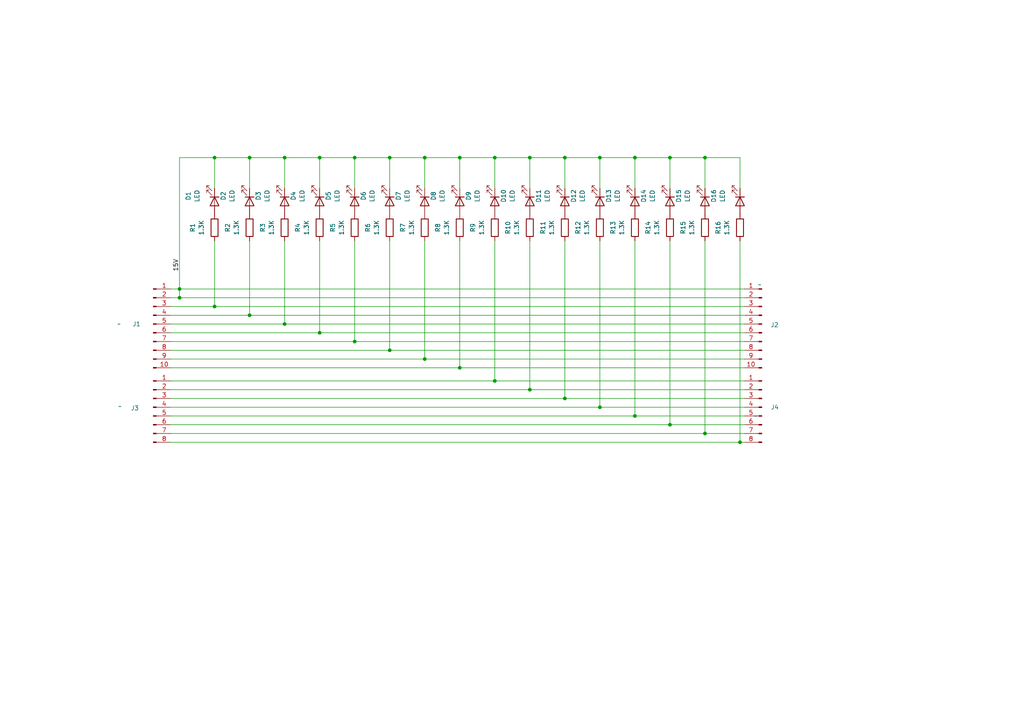
<source format=kicad_sch>
(kicad_sch (version 20231120) (generator "eeschema") (generator_version "8.0")
  (paper "A4")
  (title_block (title "AYAB Solenoid LED strip") (date "2025-02-22"))
  (lib_symbols
    (symbol "Connector:Conn_01x08_Pin" (pin_names (offset 1.016) hide)
      (property "Reference" "J" (at 0 10.16 0))
      (property "Value" "Conn_01x08_Pin" (at 0 -12.7 0))
      (symbol "Conn_01x08_Pin_1_1"
        (polyline (pts (xy 1.27 -10.16) (xy 0.8636 -10.16)) (stroke (width 0.1524)))
        (polyline (pts (xy 1.27 -7.62) (xy 0.8636 -7.62)) (stroke (width 0.1524)))
        (polyline (pts (xy 1.27 -5.08) (xy 0.8636 -5.08)) (stroke (width 0.1524)))
        (polyline (pts (xy 1.27 -2.54) (xy 0.8636 -2.54)) (stroke (width 0.1524)))
        (polyline (pts (xy 1.27 0) (xy 0.8636 0)) (stroke (width 0.1524)))
        (polyline (pts (xy 1.27 2.54) (xy 0.8636 2.54)) (stroke (width 0.1524)))
        (polyline (pts (xy 1.27 5.08) (xy 0.8636 5.08)) (stroke (width 0.1524)))
        (polyline (pts (xy 1.27 7.62) (xy 0.8636 7.62)) (stroke (width 0.1524)))
        (rectangle (start 0.8636 -10.033) (end 0 -10.287) (stroke (width 0.1524)) (fill (type outline)))
        (rectangle (start 0.8636 -7.493) (end 0 -7.747) (stroke (width 0.1524)) (fill (type outline)))
        (rectangle (start 0.8636 -4.953) (end 0 -5.207) (stroke (width 0.1524)) (fill (type outline)))
        (rectangle (start 0.8636 -2.413) (end 0 -2.667) (stroke (width 0.1524)) (fill (type outline)))
        (rectangle (start 0.8636 0.127) (end 0 -0.127) (stroke (width 0.1524)) (fill (type outline)))
        (rectangle (start 0.8636 2.667) (end 0 2.413) (stroke (width 0.1524)) (fill (type outline)))
        (rectangle (start 0.8636 5.207) (end 0 4.953) (stroke (width 0.1524)) (fill (type outline)))
        (rectangle (start 0.8636 7.747) (end 0 7.493) (stroke (width 0.1524)) (fill (type outline)))
        (pin passive line (at 5.08 7.62 180) (length 3.81) (name "Pin_1") (number "1"))
        (pin passive line (at 5.08 5.08 180) (length 3.81) (name "Pin_2") (number "2"))
        (pin passive line (at 5.08 2.54 180) (length 3.81) (name "Pin_3") (number "3"))
        (pin passive line (at 5.08 0 180) (length 3.81) (name "Pin_4") (number "4"))
        (pin passive line (at 5.08 -2.54 180) (length 3.81) (name "Pin_5") (number "5"))
        (pin passive line (at 5.08 -5.08 180) (length 3.81) (name "Pin_6") (number "6"))
        (pin passive line (at 5.08 -7.62 180) (length 3.81) (name "Pin_7") (number "7"))
        (pin passive line (at 5.08 -10.16 180) (length 3.81) (name "Pin_8") (number "8"))
      )
    )
    (symbol "Connector:Conn_01x10_Pin" (pin_names (offset 1.016) hide)
      (property "Reference" "J" (at 0 12.7 0))
      (property "Value" "Conn_01x10_Pin" (at 0 -15.24 0))
      (symbol "Conn_01x10_Pin_1_1"
        (polyline (pts (xy 1.27 -12.7) (xy 0.8636 -12.7)) (stroke (width 0.1524)))
        (polyline (pts (xy 1.27 -10.16) (xy 0.8636 -10.16)) (stroke (width 0.1524)))
        (polyline (pts (xy 1.27 -7.62) (xy 0.8636 -7.62)) (stroke (width 0.1524)))
        (polyline (pts (xy 1.27 -5.08) (xy 0.8636 -5.08)) (stroke (width 0.1524)))
        (polyline (pts (xy 1.27 -2.54) (xy 0.8636 -2.54)) (stroke (width 0.1524)))
        (polyline (pts (xy 1.27 0) (xy 0.8636 0)) (stroke (width 0.1524)))
        (polyline (pts (xy 1.27 2.54) (xy 0.8636 2.54)) (stroke (width 0.1524)))
        (polyline (pts (xy 1.27 5.08) (xy 0.8636 5.08)) (stroke (width 0.1524)))
        (polyline (pts (xy 1.27 7.62) (xy 0.8636 7.62)) (stroke (width 0.1524)))
        (polyline (pts (xy 1.27 10.16) (xy 0.8636 10.16)) (stroke (width 0.1524)))
        (rectangle (start 0.8636 -12.573) (end 0 -12.827) (stroke (width 0.1524)) (fill (type outline)))
        (rectangle (start 0.8636 -10.033) (end 0 -10.287) (stroke (width 0.1524)) (fill (type outline)))
        (rectangle (start 0.8636 -7.493) (end 0 -7.747) (stroke (width 0.1524)) (fill (type outline)))
        (rectangle (start 0.8636 -4.953) (end 0 -5.207) (stroke (width 0.1524)) (fill (type outline)))
        (rectangle (start 0.8636 -2.413) (end 0 -2.667) (stroke (width 0.1524)) (fill (type outline)))
        (rectangle (start 0.8636 0.127) (end 0 -0.127) (stroke (width 0.1524)) (fill (type outline)))
        (rectangle (start 0.8636 2.667) (end 0 2.413) (stroke (width 0.1524)) (fill (type outline)))
        (rectangle (start 0.8636 5.207) (end 0 4.953) (stroke (width 0.1524)) (fill (type outline)))
        (rectangle (start 0.8636 7.747) (end 0 7.493) (stroke (width 0.1524)) (fill (type outline)))
        (rectangle (start 0.8636 10.287) (end 0 10.033) (stroke (width 0.1524)) (fill (type outline)))
        (pin passive line (at 5.08 10.16 180) (length 3.81) (name "Pin_1") (number "1"))
        (pin passive line (at 5.08 -12.7 180) (length 3.81) (name "Pin_10") (number "10"))
        (pin passive line (at 5.08 7.62 180) (length 3.81) (name "Pin_2") (number "2"))
        (pin passive line (at 5.08 5.08 180) (length 3.81) (name "Pin_3") (number "3"))
        (pin passive line (at 5.08 2.54 180) (length 3.81) (name "Pin_4") (number "4"))
        (pin passive line (at 5.08 0 180) (length 3.81) (name "Pin_5") (number "5"))
        (pin passive line (at 5.08 -2.54 180) (length 3.81) (name "Pin_6") (number "6"))
        (pin passive line (at 5.08 -5.08 180) (length 3.81) (name "Pin_7") (number "7"))
        (pin passive line (at 5.08 -7.62 180) (length 3.81) (name "Pin_8") (number "8"))
        (pin passive line (at 5.08 -10.16 180) (length 3.81) (name "Pin_9") (number "9"))
      )
    )
    (symbol "Device:LED" (pin_numbers hide) (pin_names (offset 1.016) hide)
      (property "Reference" "D" (at 0 2.54 0))
      (property "Value" "LED" (at 0 -2.54 0))
      (symbol "LED_0_1"
        (polyline (pts (xy -1.27 -1.27) (xy -1.27 1.27)) (stroke (width 0.254)))
        (polyline (pts (xy -1.27 0) (xy 1.27 0)))
        (polyline (pts (xy 1.27 -1.27) (xy 1.27 1.27) (xy -1.27 0) (xy 1.27 -1.27)) (stroke (width 0.254)))
        (polyline (pts (xy -3.048 -0.762) (xy -4.572 -2.286) (xy -3.81 -2.286) (xy -4.572 -2.286) (xy -4.572 -1.524)))
        (polyline (pts (xy -1.778 -0.762) (xy -3.302 -2.286) (xy -2.54 -2.286) (xy -3.302 -2.286) (xy -3.302 -1.524)))
      )
      (symbol "LED_1_1"
        (pin passive line (at -3.81 0 0) (length 2.54) (name "K") (number "1"))
        (pin passive line (at 3.81 0 180) (length 2.54) (name "A") (number "2"))
      )
    )
    (symbol "Device:R" (pin_numbers hide) (pin_names (offset 0))
      (property "Reference" "R" (at 2.032 0 90))
      (property "Value" "R" (at 0 0 90))
      (symbol "R_0_1"
        (rectangle (start -1.016 -2.54) (end 1.016 2.54) (stroke (width 0.254)))
      )
      (symbol "R_1_1"
        (pin passive line (at 0 3.81 270) (length 1.27) (name "~") (number "1"))
        (pin passive line (at 0 -3.81 90) (length 1.27) (name "~") (number "2"))
      )
    )
  )
  (junction (at 52.07 86.36))
  (junction (at 102.87 45.72))
  (junction (at 133.35 106.68))
  (junction (at 62.23 88.9))
  (junction (at 92.71 45.72))
  (junction (at 194.31 45.72))
  (junction (at 163.83 115.57))
  (junction (at 153.67 45.72))
  (junction (at 143.51 110.49))
  (junction (at 184.15 120.65))
  (junction (at 173.99 118.11))
  (junction (at 72.39 91.44))
  (junction (at 52.07 83.82))
  (junction (at 82.55 93.98))
  (junction (at 113.03 101.6))
  (junction (at 113.03 45.72))
  (junction (at 204.47 125.73))
  (junction (at 204.47 45.72))
  (junction (at 214.63 128.27))
  (junction (at 62.23 45.72))
  (junction (at 82.55 45.72))
  (junction (at 123.19 104.14))
  (junction (at 123.19 45.72))
  (junction (at 173.99 45.72))
  (junction (at 194.31 123.19))
  (junction (at 184.15 45.72))
  (junction (at 143.51 45.72))
  (junction (at 133.35 45.72))
  (junction (at 92.71 96.52))
  (junction (at 153.67 113.03))
  (junction (at 102.87 99.06))
  (junction (at 72.39 45.72))
  (junction (at 163.83 45.72))
  (wire (pts (xy 49.53 123.19) (xy 194.31 123.19)))
  (wire (pts (xy 49.53 106.68) (xy 133.35 106.68)))
  (wire (pts (xy 102.87 45.72) (xy 102.87 54.61)))
  (wire (pts (xy 62.23 88.9) (xy 215.9 88.9)))
  (wire (pts (xy 62.23 45.72) (xy 72.39 45.72)))
  (wire (pts (xy 52.07 83.82) (xy 52.07 86.36)))
  (wire (pts (xy 194.31 45.72) (xy 194.31 54.61)))
  (wire (pts (xy 49.53 86.36) (xy 52.07 86.36)))
  (wire (pts (xy 62.23 54.61) (xy 62.23 45.72)))
  (wire (pts (xy 184.15 45.72) (xy 184.15 54.61)))
  (wire (pts (xy 49.53 88.9) (xy 62.23 88.9)))
  (wire (pts (xy 49.53 115.57) (xy 163.83 115.57)))
  (wire (pts (xy 92.71 45.72) (xy 92.71 54.61)))
  (wire (pts (xy 49.53 120.65) (xy 184.15 120.65)))
  (wire (pts (xy 133.35 45.72) (xy 143.51 45.72)))
  (wire (pts (xy 49.53 118.11) (xy 173.99 118.11)))
  (wire (pts (xy 194.31 69.85) (xy 194.31 123.19)))
  (wire (pts (xy 72.39 69.85) (xy 72.39 91.44)))
  (wire (pts (xy 49.53 83.82) (xy 52.07 83.82)))
  (wire (pts (xy 92.71 69.85) (xy 92.71 96.52)))
  (wire (pts (xy 184.15 45.72) (xy 194.31 45.72)))
  (wire (pts (xy 72.39 45.72) (xy 72.39 54.61)))
  (wire (pts (xy 123.19 69.85) (xy 123.19 104.14)))
  (wire (pts (xy 133.35 69.85) (xy 133.35 106.68)))
  (wire (pts (xy 214.63 128.27) (xy 215.9 128.27)))
  (wire (pts (xy 72.39 45.72) (xy 82.55 45.72)))
  (wire (pts (xy 204.47 45.72) (xy 204.47 54.61)))
  (wire (pts (xy 113.03 69.85) (xy 113.03 101.6)))
  (wire (pts (xy 173.99 118.11) (xy 215.9 118.11)))
  (wire (pts (xy 123.19 45.72) (xy 123.19 54.61)))
  (wire (pts (xy 113.03 45.72) (xy 113.03 54.61)))
  (wire (pts (xy 52.07 83.82) (xy 52.07 45.72)))
  (wire (pts (xy 173.99 45.72) (xy 184.15 45.72)))
  (wire (pts (xy 49.53 99.06) (xy 102.87 99.06)))
  (wire (pts (xy 49.53 91.44) (xy 72.39 91.44)))
  (wire (pts (xy 92.71 96.52) (xy 215.9 96.52)))
  (wire (pts (xy 184.15 120.65) (xy 215.9 120.65)))
  (wire (pts (xy 52.07 83.82) (xy 215.9 83.82)))
  (wire (pts (xy 163.83 45.72) (xy 173.99 45.72)))
  (wire (pts (xy 204.47 69.85) (xy 204.47 125.73)))
  (wire (pts (xy 82.55 45.72) (xy 92.71 45.72)))
  (wire (pts (xy 204.47 45.72) (xy 214.63 45.72)))
  (wire (pts (xy 113.03 101.6) (xy 215.9 101.6)))
  (wire (pts (xy 82.55 45.72) (xy 82.55 54.61)))
  (wire (pts (xy 49.53 110.49) (xy 143.51 110.49)))
  (wire (pts (xy 133.35 106.68) (xy 215.9 106.68)))
  (wire (pts (xy 49.53 93.98) (xy 82.55 93.98)))
  (wire (pts (xy 194.31 123.19) (xy 215.9 123.19)))
  (wire (pts (xy 184.15 69.85) (xy 184.15 120.65)))
  (wire (pts (xy 153.67 113.03) (xy 215.9 113.03)))
  (wire (pts (xy 49.53 101.6) (xy 113.03 101.6)))
  (wire (pts (xy 72.39 91.44) (xy 215.9 91.44)))
  (wire (pts (xy 143.51 45.72) (xy 153.67 45.72)))
  (wire (pts (xy 163.83 45.72) (xy 163.83 54.61)))
  (wire (pts (xy 204.47 125.73) (xy 215.9 125.73)))
  (wire (pts (xy 123.19 45.72) (xy 133.35 45.72)))
  (wire (pts (xy 49.53 125.73) (xy 204.47 125.73)))
  (wire (pts (xy 52.07 86.36) (xy 215.9 86.36)))
  (wire (pts (xy 82.55 93.98) (xy 215.9 93.98)))
  (wire (pts (xy 102.87 69.85) (xy 102.87 99.06)))
  (wire (pts (xy 102.87 45.72) (xy 113.03 45.72)))
  (wire (pts (xy 194.31 45.72) (xy 204.47 45.72)))
  (wire (pts (xy 143.51 110.49) (xy 215.9 110.49)))
  (wire (pts (xy 214.63 69.85) (xy 214.63 128.27)))
  (wire (pts (xy 143.51 69.85) (xy 143.51 110.49)))
  (wire (pts (xy 123.19 104.14) (xy 215.9 104.14)))
  (wire (pts (xy 173.99 69.85) (xy 173.99 118.11)))
  (wire (pts (xy 113.03 45.72) (xy 123.19 45.72)))
  (wire (pts (xy 153.67 69.85) (xy 153.67 113.03)))
  (wire (pts (xy 163.83 115.57) (xy 215.9 115.57)))
  (wire (pts (xy 153.67 45.72) (xy 163.83 45.72)))
  (wire (pts (xy 102.87 99.06) (xy 215.9 99.06)))
  (wire (pts (xy 49.53 113.03) (xy 153.67 113.03)))
  (wire (pts (xy 153.67 45.72) (xy 153.67 54.61)))
  (wire (pts (xy 143.51 45.72) (xy 143.51 54.61)))
  (wire (pts (xy 214.63 45.72) (xy 214.63 54.61)))
  (wire (pts (xy 49.53 128.27) (xy 214.63 128.27)))
  (wire (pts (xy 92.71 45.72) (xy 102.87 45.72)))
  (wire (pts (xy 52.07 45.72) (xy 62.23 45.72)))
  (wire (pts (xy 49.53 104.14) (xy 123.19 104.14)))
  (wire (pts (xy 133.35 45.72) (xy 133.35 54.61)))
  (wire (pts (xy 62.23 69.85) (xy 62.23 88.9)))
  (wire (pts (xy 173.99 45.72) (xy 173.99 54.61)))
  (wire (pts (xy 49.53 96.52) (xy 92.71 96.52)))
  (wire (pts (xy 82.55 69.85) (xy 82.55 93.98)))
  (wire (pts (xy 163.83 69.85) (xy 163.83 115.57)))
  (label "15V" (at 52.07 78.74 90))
  (symbol (lib_id "Device:R") (at 133.35 66.04 180) (unit 1)
    (property "Reference" "R8" (at 127 66.04 90))
    (property "Value" "1.3K" (at 129.54 66.04 90))
    (property "Footprint" "Resistor_SMD:R_0805_2012Metric" (effects (hide yes)))
    (property "Description" "Resistor" (effects (hide yes)))
  )
  (symbol (lib_id "Device:LED") (at 113.03 58.42 270) (unit 1)
    (property "Reference" "D6" (at 105.41 56.8325 0))
    (property "Value" "LED" (at 107.95 56.8325 0))
    (property "Footprint" "LED_SMD:LED_0805_2012Metric" (effects (hide yes)))
    (property "Description" "Light emitting diode" (effects (hide yes)))
  )
  (symbol (lib_id "Device:R") (at 214.63 66.04 180) (unit 1)
    (property "Reference" "R16" (at 208.28 66.04 90))
    (property "Value" "1.3K" (at 210.82 66.04 90))
    (property "Footprint" "Resistor_SMD:R_0805_2012Metric" (effects (hide yes)))
    (property "Description" "Resistor" (effects (hide yes)))
  )
  (symbol (lib_id "Device:R") (at 72.39 66.04 180) (unit 1)
    (property "Reference" "R2" (at 66.04 66.04 90))
    (property "Value" "1.3K" (at 68.58 66.04 90))
    (property "Footprint" "Resistor_SMD:R_0805_2012Metric" (effects (hide yes)))
    (property "Description" "Resistor" (effects (hide yes)))
  )
  (symbol (lib_id "Device:LED") (at 133.35 58.42 270) (unit 1)
    (property "Reference" "D8" (at 125.73 56.8325 0))
    (property "Value" "LED" (at 128.27 56.8325 0))
    (property "Footprint" "LED_SMD:LED_0805_2012Metric" (effects (hide yes)))
    (property "Description" "Light emitting diode" (effects (hide yes)))
  )
  (symbol (lib_id "Device:LED") (at 143.51 58.42 270) (unit 1)
    (property "Reference" "D9" (at 135.89 56.8325 0))
    (property "Value" "LED" (at 138.43 56.8325 0))
    (property "Footprint" "LED_SMD:LED_0805_2012Metric" (effects (hide yes)))
    (property "Description" "Light emitting diode" (effects (hide yes)))
  )
  (symbol (lib_id "Device:R") (at 62.23 66.04 180) (unit 1)
    (property "Reference" "R1" (at 55.88 66.04 90))
    (property "Value" "1.3K" (at 58.42 66.04 90))
    (property "Footprint" "Resistor_SMD:R_0805_2012Metric" (effects (hide yes)))
    (property "Description" "Resistor" (effects (hide yes)))
  )
  (symbol (lib_id "Device:LED") (at 204.47 58.42 270) (unit 1)
    (property "Reference" "D15" (at 196.85 56.8325 0))
    (property "Value" "LED" (at 199.39 56.8325 0))
    (property "Footprint" "LED_SMD:LED_0805_2012Metric" (effects (hide yes)))
    (property "Description" "Light emitting diode" (effects (hide yes)))
  )
  (symbol (lib_id "Device:R") (at 184.15 66.04 180) (unit 1)
    (property "Reference" "R13" (at 177.8 66.04 90))
    (property "Value" "1.3K" (at 180.34 66.04 90))
    (property "Footprint" "Resistor_SMD:R_0805_2012Metric" (effects (hide yes)))
    (property "Description" "Resistor" (effects (hide yes)))
  )
  (symbol (lib_id "Connector:Conn_01x10_Pin") (at 44.45 93.98 0) (unit 1)
    (property "Reference" "J1" (at 39.624 93.98 0))
    (property "Value" "~" (at 34.544 93.98 0))
    (property "Footprint" "Connector_PinHeader_2.54mm:PinHeader_1x10_P2.54mm_Vertical" (effects (hide yes)))
    (property "Description" "Generic connector, single row, 01x10, script generated" (effects (hide yes)))
  )
  (symbol (lib_id "Connector:Conn_01x08_Pin") (at 44.45 118.11 0) (unit 1)
    (property "Reference" "J3" (at 39.116 118.364 0))
    (property "Value" "~" (at 34.798 117.856 0))
    (property "Footprint" "Connector_PinHeader_2.54mm:PinHeader_1x08_P2.54mm_Vertical" (effects (hide yes)))
    (property "Description" "Generic connector, single row, 01x08, script generated" (effects (hide yes)))
  )
  (symbol (lib_id "Device:LED") (at 194.31 58.42 270) (unit 1)
    (property "Reference" "D14" (at 186.69 56.8325 0))
    (property "Value" "LED" (at 189.23 56.8325 0))
    (property "Footprint" "LED_SMD:LED_0805_2012Metric" (effects (hide yes)))
    (property "Description" "Light emitting diode" (effects (hide yes)))
  )
  (symbol (lib_id "Device:R") (at 92.71 66.04 180) (unit 1)
    (property "Reference" "R4" (at 86.36 66.04 90))
    (property "Value" "1.3K" (at 88.9 66.04 90))
    (property "Footprint" "Resistor_SMD:R_0805_2012Metric" (effects (hide yes)))
    (property "Description" "Resistor" (effects (hide yes)))
  )
  (symbol (lib_id "Device:LED") (at 82.55 58.42 270) (unit 1)
    (property "Reference" "D3" (at 74.93 56.8325 0))
    (property "Value" "LED" (at 77.47 56.8325 0))
    (property "Footprint" "LED_SMD:LED_0805_2012Metric" (effects (hide yes)))
    (property "Description" "Light emitting diode" (effects (hide yes)))
  )
  (symbol (lib_id "Device:R") (at 173.99 66.04 180) (unit 1)
    (property "Reference" "R12" (at 167.64 66.04 90))
    (property "Value" "1.3K" (at 170.18 66.04 90))
    (property "Footprint" "Resistor_SMD:R_0805_2012Metric" (effects (hide yes)))
    (property "Description" "Resistor" (effects (hide yes)))
  )
  (symbol (lib_id "Device:LED") (at 72.39 58.42 270) (unit 1)
    (property "Reference" "D2" (at 64.77 56.8325 0))
    (property "Value" "LED" (at 67.31 56.8325 0))
    (property "Footprint" "LED_SMD:LED_0805_2012Metric" (effects (hide yes)))
    (property "Description" "Light emitting diode" (effects (hide yes)))
  )
  (symbol (lib_id "Device:LED") (at 62.23 58.42 270) (unit 1)
    (property "Reference" "D1" (at 54.61 56.8325 0))
    (property "Value" "LED" (at 57.15 56.8325 0))
    (property "Footprint" "LED_SMD:LED_0805_2012Metric" (effects (hide yes)))
    (property "Description" "Light emitting diode" (effects (hide yes)))
  )
  (symbol (lib_id "Device:R") (at 163.83 66.04 180) (unit 1)
    (property "Reference" "R11" (at 157.48 66.04 90))
    (property "Value" "1.3K" (at 160.02 66.04 90))
    (property "Footprint" "Resistor_SMD:R_0805_2012Metric" (effects (hide yes)))
    (property "Description" "Resistor" (effects (hide yes)))
  )
  (symbol (lib_id "Connector:Conn_01x10_Pin") (at 220.98 93.98 0) (mirror y) (unit 1)
    (property "Reference" "J2" (at 224.663 94.234 0))
    (property "Value" "~" (at 220.345 82.55 0))
    (property "Footprint" "Connector_PinHeader_2.54mm:PinHeader_1x10_P2.54mm_Horizontal" (effects (hide yes)))
    (property "Description" "Generic connector, single row, 01x10, script generated" (effects (hide yes)))
  )
  (symbol (lib_id "Device:LED") (at 92.71 58.42 270) (unit 1)
    (property "Reference" "D4" (at 85.09 56.8325 0))
    (property "Value" "LED" (at 87.63 56.8325 0))
    (property "Footprint" "LED_SMD:LED_0805_2012Metric" (effects (hide yes)))
    (property "Description" "Light emitting diode" (effects (hide yes)))
  )
  (symbol (lib_id "Device:R") (at 123.19 66.04 180) (unit 1)
    (property "Reference" "R7" (at 116.84 66.04 90))
    (property "Value" "1.3K" (at 119.38 66.04 90))
    (property "Footprint" "Resistor_SMD:R_0805_2012Metric" (effects (hide yes)))
    (property "Description" "Resistor" (effects (hide yes)))
  )
  (symbol (lib_id "Device:LED") (at 102.87 58.42 270) (unit 1)
    (property "Reference" "D5" (at 95.25 56.8325 0))
    (property "Value" "LED" (at 97.79 56.8325 0))
    (property "Footprint" "LED_SMD:LED_0805_2012Metric" (effects (hide yes)))
    (property "Description" "Light emitting diode" (effects (hide yes)))
  )
  (symbol (lib_id "Device:R") (at 194.31 66.04 180) (unit 1)
    (property "Reference" "R14" (at 187.96 66.04 90))
    (property "Value" "1.3K" (at 190.5 66.04 90))
    (property "Footprint" "Resistor_SMD:R_0805_2012Metric" (effects (hide yes)))
    (property "Description" "Resistor" (effects (hide yes)))
  )
  (symbol (lib_id "Device:LED") (at 184.15 58.42 270) (unit 1)
    (property "Reference" "D13" (at 176.53 56.8325 0))
    (property "Value" "LED" (at 179.07 56.8325 0))
    (property "Footprint" "LED_SMD:LED_0805_2012Metric" (effects (hide yes)))
    (property "Description" "Light emitting diode" (effects (hide yes)))
  )
  (symbol (lib_id "Device:LED") (at 214.63 58.42 270) (unit 1)
    (property "Reference" "D16" (at 207.01 56.8325 0))
    (property "Value" "LED" (at 209.55 56.8325 0))
    (property "Footprint" "LED_SMD:LED_0805_2012Metric" (effects (hide yes)))
    (property "Description" "Light emitting diode" (effects (hide yes)))
  )
  (symbol (lib_id "Device:R") (at 143.51 66.04 180) (unit 1)
    (property "Reference" "R9" (at 137.16 66.04 90))
    (property "Value" "1.3K" (at 139.7 66.04 90))
    (property "Footprint" "Resistor_SMD:R_0805_2012Metric" (effects (hide yes)))
    (property "Description" "Resistor" (effects (hide yes)))
  )
  (symbol (lib_id "Device:LED") (at 163.83 58.42 270) (unit 1)
    (property "Reference" "D11" (at 156.21 56.8325 0))
    (property "Value" "LED" (at 158.75 56.8325 0))
    (property "Footprint" "LED_SMD:LED_0805_2012Metric" (effects (hide yes)))
    (property "Description" "Light emitting diode" (effects (hide yes)))
  )
  (symbol (lib_id "Device:LED") (at 153.67 58.42 270) (unit 1)
    (property "Reference" "D10" (at 146.05 56.8325 0))
    (property "Value" "LED" (at 148.59 56.8325 0))
    (property "Footprint" "LED_SMD:LED_0805_2012Metric" (effects (hide yes)))
    (property "Description" "Light emitting diode" (effects (hide yes)))
  )
  (symbol (lib_id "Device:R") (at 113.03 66.04 180) (unit 1)
    (property "Reference" "R6" (at 106.68 66.04 90))
    (property "Value" "1.3K" (at 109.22 66.04 90))
    (property "Footprint" "Resistor_SMD:R_0805_2012Metric" (effects (hide yes)))
    (property "Description" "Resistor" (effects (hide yes)))
  )
  (symbol (lib_id "Device:R") (at 82.55 66.04 180) (unit 1)
    (property "Reference" "R3" (at 76.2 66.04 90))
    (property "Value" "1.3K" (at 78.74 66.04 90))
    (property "Footprint" "Resistor_SMD:R_0805_2012Metric" (effects (hide yes)))
    (property "Description" "Resistor" (effects (hide yes)))
  )
  (symbol (lib_id "Device:LED") (at 123.19 58.42 270) (unit 1)
    (property "Reference" "D7" (at 115.57 56.8325 0))
    (property "Value" "LED" (at 118.11 56.8325 0))
    (property "Footprint" "LED_SMD:LED_0805_2012Metric" (effects (hide yes)))
    (property "Description" "Light emitting diode" (effects (hide yes)))
  )
  (symbol (lib_id "Device:R") (at 204.47 66.04 180) (unit 1)
    (property "Reference" "R15" (at 198.12 66.04 90))
    (property "Value" "1.3K" (at 200.66 66.04 90))
    (property "Footprint" "Resistor_SMD:R_0805_2012Metric" (effects (hide yes)))
    (property "Description" "Resistor" (effects (hide yes)))
  )
  (symbol (lib_id "Connector:Conn_01x08_Pin") (at 220.98 118.11 0) (mirror y) (unit 1)
    (property "Reference" "J4" (at 225.933 118.11 0) (effects (justify left)))
    (property "Value" "~" (at 219.71 120.6499 0) (effects (justify left)))
    (property "Footprint" "Connector_PinHeader_2.54mm:PinHeader_1x08_P2.54mm_Horizontal" (effects (hide yes)))
    (property "Description" "Generic connector, single row, 01x08, script generated" (effects (hide yes)))
  )
  (symbol (lib_id "Device:R") (at 102.87 66.04 180) (unit 1)
    (property "Reference" "R5" (at 96.52 66.04 90))
    (property "Value" "1.3K" (at 99.06 66.04 90))
    (property "Footprint" "Resistor_SMD:R_0805_2012Metric" (effects (hide yes)))
    (property "Description" "Resistor" (effects (hide yes)))
  )
  (symbol (lib_id "Device:R") (at 153.67 66.04 180) (unit 1)
    (property "Reference" "R10" (at 147.32 66.04 90))
    (property "Value" "1.3K" (at 149.86 66.04 90))
    (property "Footprint" "Resistor_SMD:R_0805_2012Metric" (effects (hide yes)))
    (property "Description" "Resistor" (effects (hide yes)))
  )
  (symbol (lib_id "Device:LED") (at 173.99 58.42 270) (unit 1)
    (property "Reference" "D12" (at 166.37 56.8325 0))
    (property "Value" "LED" (at 168.91 56.8325 0))
    (property "Footprint" "LED_SMD:LED_0805_2012Metric" (effects (hide yes)))
    (property "Description" "Light emitting diode" (effects (hide yes)))
  )
)
</source>
